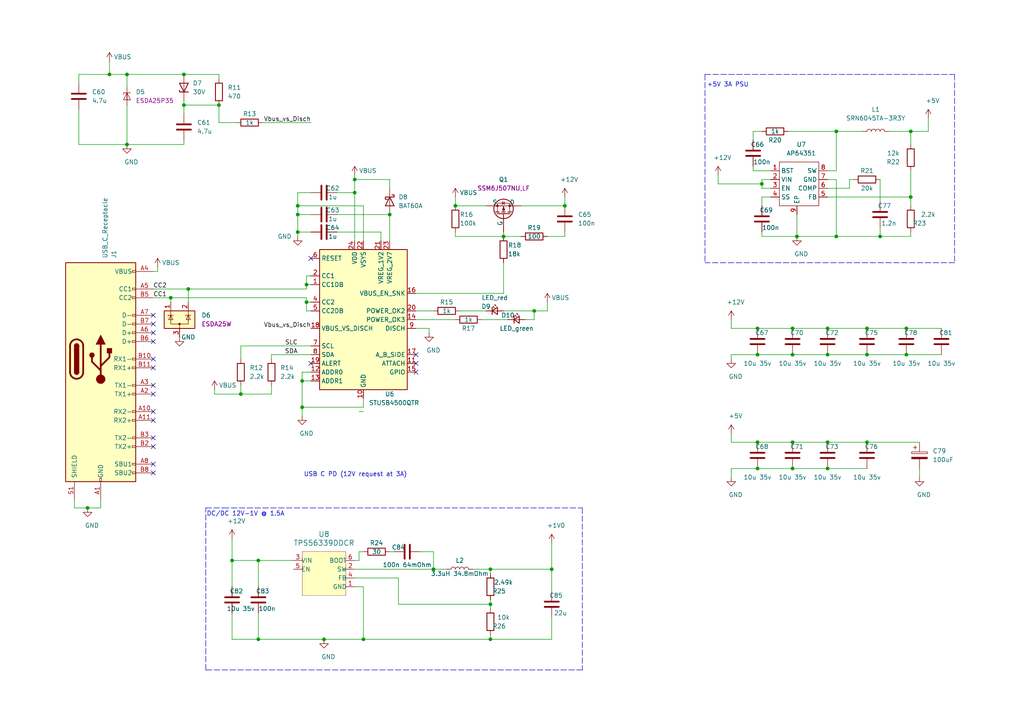
<source format=kicad_sch>
(kicad_sch (version 20210406) (generator eeschema)
  (paper "A4")
  (lib_symbols
    (symbol "CM4_NAS:AP64351"
      (property "Reference" "U" (at 0 8.89 0))
      (property "Value" "AP64351" (at 1.27 6.35 0))
      (symbol "AP64351_1_1"
        (pin passive line (at -7.62 2.54 0) (length 2.54) (name "BST") (number "1"))
        (pin power_in line (at -7.62 0 0) (length 2.54) (name "VIN") (number "2"))
        (pin input line (at -7.62 -2.54 0) (length 2.54) (name "EN") (number "3"))
        (pin input line (at -7.62 -5.08 0) (length 2.54) (name "SS") (number "4"))
        (pin input line (at 8.89 -5.08 180) (length 2.54) (name "FB") (number "5"))
        (pin input line (at 8.89 -2.54 180) (length 2.54) (name "COMP") (number "6"))
        (pin power_in line (at 8.89 0 180) (length 2.54) (name "GND") (number "7"))
        (pin output line (at 8.89 2.54 180) (length 2.54) (name "SW") (number "8"))
        (pin passive line (at 0 -10.16 90) (length 2.54) (name "EP") (number "9"))
      )
    )
    (symbol "CM4_NAS:ESDA25P35" (pin_numbers hide) (pin_names hide)
      (property "Reference" "D" (at 0 2.54 0))
      (property "MPN" "ESDA25P35" (at 0 -2.54 0))
      (symbol "ESDA25P35_1_1"
        (pin passive line (at -2.54 0 0) (length 2.54) (name "K1") (number "1"))
        (pin passive line (at 2.54 0 180) (length 2.54) (name "A") (number "2"))
      )
    )
    (symbol "CM4_NAS:ESDA25W" (pin_names hide)
      (property "Reference" "D" (at 5.715 2.54 0))
      (property "MPN" "ESDA25W" (at 10.16 0 0))
      (symbol "ESDA25W_0_0"
        (pin passive line (at 0 -5.08 90) (length 2.54) (name "A") (number "3"))
      )
      (symbol "ESDA25W_1_1"
        (pin passive line (at -2.54 5.08 270) (length 2.54) (name "K") (number "1"))
        (pin passive line (at 2.54 5.08 270) (length 2.54) (name "K") (number "2"))
      )
    )
    (symbol "CM4_NAS:SSM6J507NU" (pin_numbers hide) (pin_names (offset 0))
      (property "Reference" "Q" (at 5.08 1.27 0))
      (property "MPN" "SSM6J507NU" (at 11.43 -1.27 0))
      (symbol "SSM6J507NU_0_0"
        (pin passive line (at 2.54 5.08 270) (length 5.08) hide (name "D") (number "1"))
        (pin passive line (at 2.54 5.08 270) (length 5.08) hide (name "D") (number "2"))
        (pin passive line (at 2.54 5.08 270) (length 5.08) hide (name "D") (number "6"))
        (pin passive line (at 2.54 5.08 270) (length 5.08) (name "D") (number "D"))
        (pin passive line (at 2.54 -5.08 90) (length 5.08) (name "S") (number "S"))
      )
      (symbol "SSM6J507NU_1_1"
        (pin input line (at -5.08 0 0) (length 5.08) (name "G") (number "3"))
        (pin passive line (at 2.54 -5.08 90) (length 2.54) hide (name "S") (number "4"))
        (pin passive line (at 2.54 5.08 270) (length 2.54) hide (name "D") (number "5"))
      )
    )
    (symbol "CM4_NAS:TPS56339DDCR" (pin_names (offset -0.254))
      (property "Reference" "U" (at -1.27 10.16 0))
      (property "Value" "TPS56339DDCR" (at 0 7.62 0))
      (symbol "TPS56339DDCR_1_1"
        (pin power_in line (at 8.89 -3.81 180) (length 2.54) (name "GND") (number "1"))
        (pin power_in line (at 8.89 1.27 180) (length 2.54) (name "SW") (number "2"))
        (pin power_in line (at -8.89 3.81 0) (length 2.54) (name "VIN") (number "3"))
        (pin input line (at 8.89 -1.27 180) (length 2.54) (name "FB") (number "4"))
        (pin input line (at -8.89 1.27 0) (length 2.54) (name "EN") (number "5"))
        (pin power_in line (at 8.89 3.81 180) (length 2.54) (name "BOOT") (number "6"))
      )
    )
    (symbol "Connector:USB_C_Receptacle" (pin_names (offset 1.016))
      (property "Reference" "J" (at -10.16 29.21 0))
      (property "Value" "USB_C_Receptacle" (at 10.16 29.21 0))
      (symbol "USB_C_Receptacle_1_1"
        (pin passive line (at 0 -40.64 90) (length 5.08) (name "GND") (number "A1"))
        (pin bidirectional line (at 15.24 -15.24 180) (length 5.08) (name "RX2-") (number "A10"))
        (pin bidirectional line (at 15.24 -17.78 180) (length 5.08) (name "RX2+") (number "A11"))
        (pin passive line (at 0 -40.64 90) (length 5.08) hide (name "GND") (number "A12"))
        (pin bidirectional line (at 15.24 -10.16 180) (length 5.08) (name "TX1+") (number "A2"))
        (pin bidirectional line (at 15.24 -7.62 180) (length 5.08) (name "TX1-") (number "A3"))
        (pin passive line (at 15.24 25.4 180) (length 5.08) (name "VBUS") (number "A4"))
        (pin bidirectional line (at 15.24 20.32 180) (length 5.08) (name "CC1") (number "A5"))
        (pin bidirectional line (at 15.24 7.62 180) (length 5.08) (name "D+") (number "A6"))
        (pin bidirectional line (at 15.24 12.7 180) (length 5.08) (name "D-") (number "A7"))
        (pin bidirectional line (at 15.24 -30.48 180) (length 5.08) (name "SBU1") (number "A8"))
        (pin passive line (at 15.24 25.4 180) (length 5.08) hide (name "VBUS") (number "A9"))
        (pin passive line (at 0 -40.64 90) (length 5.08) hide (name "GND") (number "B1"))
        (pin bidirectional line (at 15.24 0 180) (length 5.08) (name "RX1-") (number "B10"))
        (pin bidirectional line (at 15.24 -2.54 180) (length 5.08) (name "RX1+") (number "B11"))
        (pin passive line (at 0 -40.64 90) (length 5.08) hide (name "GND") (number "B12"))
        (pin bidirectional line (at 15.24 -25.4 180) (length 5.08) (name "TX2+") (number "B2"))
        (pin bidirectional line (at 15.24 -22.86 180) (length 5.08) (name "TX2-") (number "B3"))
        (pin passive line (at 15.24 25.4 180) (length 5.08) hide (name "VBUS") (number "B4"))
        (pin bidirectional line (at 15.24 17.78 180) (length 5.08) (name "CC2") (number "B5"))
        (pin bidirectional line (at 15.24 5.08 180) (length 5.08) (name "D+") (number "B6"))
        (pin bidirectional line (at 15.24 10.16 180) (length 5.08) (name "D-") (number "B7"))
        (pin bidirectional line (at 15.24 -33.02 180) (length 5.08) (name "SBU2") (number "B8"))
        (pin passive line (at 15.24 25.4 180) (length 5.08) hide (name "VBUS") (number "B9"))
        (pin passive line (at -7.62 -40.64 90) (length 5.08) (name "SHIELD") (number "S1"))
      )
    )
    (symbol "Device:C" (pin_numbers hide) (pin_names (offset 0.254))
      (property "Reference" "C" (at 0.635 2.54 0))
      (property "Value" "C" (at 0.635 -2.54 0))
      (symbol "C_1_1"
        (pin passive line (at 0 3.81 270) (length 2.794) (name "~") (number "1"))
        (pin passive line (at 0 -3.81 90) (length 2.794) (name "~") (number "2"))
      )
    )
    (symbol "Device:C_Polarized" (pin_numbers hide) (pin_names (offset 0.254))
      (property "Reference" "C" (at 0.635 2.54 0))
      (property "Value" "C_Polarized" (at 0.635 -2.54 0))
      (symbol "C_Polarized_1_1"
        (pin passive line (at 0 3.81 270) (length 2.794) (name "~") (number "1"))
        (pin passive line (at 0 -3.81 90) (length 2.794) (name "~") (number "2"))
      )
    )
    (symbol "Device:D_Zener" (pin_numbers hide) (pin_names (offset 1.016) hide)
      (property "Reference" "D" (at 0 2.54 0))
      (property "Value" "D_Zener" (at 0 -2.54 0))
      (symbol "D_Zener_1_1"
        (pin passive line (at -3.81 0 0) (length 2.54) (name "K") (number "1"))
        (pin passive line (at 3.81 0 180) (length 2.54) (name "A") (number "2"))
      )
    )
    (symbol "Device:L" (pin_numbers hide) (pin_names (offset 1.016) hide)
      (property "Reference" "L" (at -1.27 0 90))
      (property "Value" "L" (at 1.905 0 90))
      (symbol "L_1_1"
        (pin passive line (at 0 3.81 270) (length 1.27) (name "1") (number "1"))
        (pin passive line (at 0 -3.81 90) (length 1.27) (name "2") (number "2"))
      )
    )
    (symbol "Device:LED_Small" (pin_numbers hide) (pin_names (offset 0.254) hide)
      (property "Reference" "D" (at -1.27 3.175 0))
      (property "Value" "LED_Small" (at -4.445 -2.54 0))
      (symbol "LED_Small_1_1"
        (pin passive line (at -2.54 0 0) (length 1.778) (name "K") (number "1"))
        (pin passive line (at 2.54 0 180) (length 1.778) (name "A") (number "2"))
      )
    )
    (symbol "Device:R" (pin_numbers hide) (pin_names (offset 0))
      (property "Reference" "R" (at 2.032 0 90))
      (property "Value" "R" (at 0 0 90))
      (symbol "R_1_1"
        (pin passive line (at 0 3.81 270) (length 1.27) (name "~") (number "1"))
        (pin passive line (at 0 -3.81 90) (length 1.27) (name "~") (number "2"))
      )
    )
    (symbol "Diode:BAT60A" (pin_numbers hide) (pin_names (offset 1.016) hide)
      (property "Reference" "D" (at 0 2.54 0))
      (property "Value" "BAT60A" (at 0 -2.54 0))
      (symbol "BAT60A_1_1"
        (pin passive line (at -3.81 0 0) (length 2.54) (name "K") (number "1"))
        (pin passive line (at 3.81 0 180) (length 2.54) (name "A") (number "2"))
      )
    )
    (symbol "Interface_USB:STUSB4500QTR"
      (property "Reference" "U" (at -12.7 21.59 0))
      (property "Value" "STUSB4500QTR" (at 8.89 -21.59 0))
      (symbol "STUSB4500QTR_1_1"
        (pin bidirectional line (at -15.24 10.16 0) (length 2.54) (name "CC1DB") (number "1"))
        (pin power_in line (at 0 -22.86 90) (length 2.54) (name "GND") (number "10"))
        (pin open_collector line (at 15.24 -12.7 180) (length 2.54) (name "ATTACH") (number "11"))
        (pin input line (at -15.24 -15.24 0) (length 2.54) (name "ADDR0") (number "12"))
        (pin input line (at -15.24 -17.78 0) (length 2.54) (name "ADDR1") (number "13"))
        (pin open_collector line (at 15.24 0 180) (length 2.54) (name "POWER_OK3") (number "14"))
        (pin open_collector line (at 15.24 -15.24 180) (length 2.54) (name "GPIO") (number "15"))
        (pin open_collector line (at 15.24 7.62 180) (length 2.54) (name "VBUS_EN_SNK") (number "16"))
        (pin open_collector line (at 15.24 -10.16 180) (length 2.54) (name "A_B_SIDE") (number "17"))
        (pin input line (at -15.24 -2.54 0) (length 2.54) (name "VBUS_VS_DISCH") (number "18"))
        (pin open_collector line (at -15.24 -12.7 0) (length 2.54) (name "ALERT") (number "19"))
        (pin bidirectional line (at -15.24 12.7 0) (length 2.54) (name "CC1") (number "2"))
        (pin open_collector line (at 15.24 2.54 180) (length 2.54) (name "POWER_OK2") (number "20"))
        (pin power_out line (at 5.08 22.86 270) (length 2.54) (name "VREG_1V2") (number "21"))
        (pin power_in line (at 0 22.86 270) (length 2.54) (name "VSYS") (number "22"))
        (pin power_out line (at 7.62 22.86 270) (length 2.54) (name "VREG_2V7") (number "23"))
        (pin power_in line (at -2.54 22.86 270) (length 2.54) (name "VDD") (number "24"))
        (pin passive line (at 0 -22.86 90) (length 2.54) hide (name "GND") (number "25"))
        (pin no_connect line (at -12.7 15.24 0) (length 2.54) hide (name "NC") (number "3"))
        (pin bidirectional line (at -15.24 5.08 0) (length 2.54) (name "CC2") (number "4"))
        (pin bidirectional line (at -15.24 2.54 0) (length 2.54) (name "CC2DB") (number "5"))
        (pin input line (at -15.24 17.78 0) (length 2.54) (name "RESET") (number "6"))
        (pin input line (at -15.24 -7.62 0) (length 2.54) (name "SCL") (number "7"))
        (pin bidirectional line (at -15.24 -10.16 0) (length 2.54) (name "SDA") (number "8"))
        (pin bidirectional line (at 15.24 -2.54 180) (length 2.54) (name "DISCH") (number "9"))
      )
    )
    (symbol "power:+12V" (power) (pin_names (offset 0))
      (property "Value" "+12V" (at 0 3.556 0))
      (symbol "+12V_1_1"
        (pin power_in line (at 0 0 90) (length 0) hide (name "+12V") (number "1"))
      )
    )
    (symbol "power:+1V0" (power) (pin_names (offset 0))
      (property "Value" "+1V0" (at 0 3.556 0))
      (symbol "+1V0_1_1"
        (pin power_in line (at 0 0 90) (length 0) hide (name "+1V0") (number "1"))
      )
    )
    (symbol "power:+5V" (power) (pin_names (offset 0))
      (property "Value" "+5V" (at 0 3.556 0))
      (symbol "+5V_1_1"
        (pin power_in line (at 0 0 90) (length 0) hide (name "+5V") (number "1"))
      )
    )
    (symbol "power:GND" (power) (pin_names (offset 0))
      (property "Value" "GND" (at 0 -3.81 0))
      (symbol "GND_1_1"
        (pin power_in line (at 0 0 270) (length 0) hide (name "GND") (number "1"))
      )
    )
    (symbol "power:VBUS" (power) (pin_names (offset 0))
      (property "Value" "VBUS" (at 0 3.81 0))
      (symbol "VBUS_1_1"
        (pin power_in line (at 0 0 90) (length 0) hide (name "VBUS") (number "1"))
      )
    )
  )
  (junction (at 25.4 147.32) (diameter 0.9144))
  (junction (at 31.75 21.59) (diameter 0.9144))
  (junction (at 36.83 21.59) (diameter 0.9144))
  (junction (at 36.83 41.91) (diameter 0.9144))
  (junction (at 49.53 86.36) (diameter 0.9144))
  (junction (at 53.34 21.59) (diameter 0.9144))
  (junction (at 53.34 30.48) (diameter 0.9144))
  (junction (at 54.61 83.82) (diameter 0.9144))
  (junction (at 63.5 30.48) (diameter 0.9144))
  (junction (at 67.31 162.56) (diameter 0.9144))
  (junction (at 69.85 114.3) (diameter 0.9144))
  (junction (at 74.93 162.56) (diameter 0.9144))
  (junction (at 74.93 185.42) (diameter 0.9144))
  (junction (at 86.36 59.69) (diameter 0.9144))
  (junction (at 86.36 62.23) (diameter 0.9144))
  (junction (at 86.36 67.31) (diameter 0.9144))
  (junction (at 87.63 110.49) (diameter 0.9144))
  (junction (at 87.63 118.11) (diameter 0.9144))
  (junction (at 88.9 82.55) (diameter 0.9144))
  (junction (at 88.9 87.63) (diameter 0.9144))
  (junction (at 93.98 185.42) (diameter 0.9144))
  (junction (at 102.87 52.07) (diameter 0.9144))
  (junction (at 102.87 55.88) (diameter 0.9144))
  (junction (at 105.41 185.42) (diameter 0.9144))
  (junction (at 113.03 62.23) (diameter 0.9144))
  (junction (at 125.73 165.1) (diameter 0.9144))
  (junction (at 132.08 59.69) (diameter 0.9144))
  (junction (at 142.24 165.1) (diameter 0.9144))
  (junction (at 142.24 175.26) (diameter 0.9144))
  (junction (at 142.24 185.42) (diameter 0.9144))
  (junction (at 146.05 68.58) (diameter 0.9144))
  (junction (at 154.94 90.17) (diameter 0.9144))
  (junction (at 160.02 165.1) (diameter 0.9144))
  (junction (at 163.83 59.69) (diameter 0.9144))
  (junction (at 219.71 95.25) (diameter 0.9144))
  (junction (at 219.71 102.87) (diameter 0.9144))
  (junction (at 219.71 128.27) (diameter 0.9144))
  (junction (at 219.71 135.89) (diameter 0.9144))
  (junction (at 220.98 53.34) (diameter 0.9144))
  (junction (at 229.87 95.25) (diameter 0.9144))
  (junction (at 229.87 102.87) (diameter 0.9144))
  (junction (at 229.87 128.27) (diameter 0.9144))
  (junction (at 229.87 135.89) (diameter 0.9144))
  (junction (at 231.14 68.58) (diameter 0.9144))
  (junction (at 240.03 95.25) (diameter 0.9144))
  (junction (at 240.03 102.87) (diameter 0.9144))
  (junction (at 240.03 128.27) (diameter 0.9144))
  (junction (at 240.03 135.89) (diameter 0.9144))
  (junction (at 242.57 38.1) (diameter 0.9144))
  (junction (at 242.57 68.58) (diameter 0.9144))
  (junction (at 251.46 95.25) (diameter 0.9144))
  (junction (at 251.46 102.87) (diameter 0.9144))
  (junction (at 251.46 128.27) (diameter 0.9144))
  (junction (at 255.27 68.58) (diameter 0.9144))
  (junction (at 262.89 95.25) (diameter 0.9144))
  (junction (at 262.89 102.87) (diameter 0.9144))
  (junction (at 264.16 38.1) (diameter 0.9144))
  (junction (at 264.16 57.15) (diameter 0.9144))
  (no_connect (at 44.45 91.44))
  (no_connect (at 44.45 93.98))
  (no_connect (at 44.45 96.52))
  (no_connect (at 44.45 99.06))
  (no_connect (at 44.45 104.14))
  (no_connect (at 44.45 106.68))
  (no_connect (at 44.45 111.76))
  (no_connect (at 44.45 114.3))
  (no_connect (at 44.45 119.38))
  (no_connect (at 44.45 121.92))
  (no_connect (at 44.45 127))
  (no_connect (at 44.45 129.54))
  (no_connect (at 44.45 134.62))
  (no_connect (at 44.45 137.16))
  (no_connect (at 90.17 74.93))
  (no_connect (at 90.17 105.41))
  (no_connect (at 120.65 102.87))
  (no_connect (at 120.65 105.41))
  (no_connect (at 120.65 107.95))
  (wire (pts (xy 21.59 144.78) (xy 21.59 147.32)))
  (wire (pts (xy 21.59 147.32) (xy 25.4 147.32)))
  (wire (pts (xy 22.86 21.59) (xy 31.75 21.59)))
  (wire (pts (xy 22.86 24.13) (xy 22.86 21.59)))
  (wire (pts (xy 22.86 31.75) (xy 22.86 41.91)))
  (wire (pts (xy 22.86 41.91) (xy 36.83 41.91)))
  (wire (pts (xy 25.4 147.32) (xy 29.21 147.32)))
  (wire (pts (xy 29.21 147.32) (xy 29.21 144.78)))
  (wire (pts (xy 31.75 21.59) (xy 31.75 17.78)))
  (wire (pts (xy 36.83 21.59) (xy 31.75 21.59)))
  (wire (pts (xy 36.83 21.59) (xy 53.34 21.59)))
  (wire (pts (xy 36.83 25.4) (xy 36.83 21.59)))
  (wire (pts (xy 36.83 30.48) (xy 36.83 41.91)))
  (wire (pts (xy 44.45 78.74) (xy 45.72 78.74)))
  (wire (pts (xy 44.45 83.82) (xy 54.61 83.82)))
  (wire (pts (xy 44.45 86.36) (xy 49.53 86.36)))
  (wire (pts (xy 45.72 78.74) (xy 45.72 77.47)))
  (wire (pts (xy 49.53 86.36) (xy 49.53 87.63)))
  (wire (pts (xy 49.53 86.36) (xy 88.9 86.36)))
  (wire (pts (xy 53.34 21.59) (xy 63.5 21.59)))
  (wire (pts (xy 53.34 29.21) (xy 53.34 30.48)))
  (wire (pts (xy 53.34 30.48) (xy 53.34 33.02)))
  (wire (pts (xy 53.34 30.48) (xy 63.5 30.48)))
  (wire (pts (xy 53.34 40.64) (xy 53.34 41.91)))
  (wire (pts (xy 53.34 41.91) (xy 36.83 41.91)))
  (wire (pts (xy 54.61 83.82) (xy 54.61 87.63)))
  (wire (pts (xy 54.61 83.82) (xy 88.9 83.82)))
  (wire (pts (xy 62.23 113.03) (xy 62.23 114.3)))
  (wire (pts (xy 62.23 114.3) (xy 69.85 114.3)))
  (wire (pts (xy 63.5 21.59) (xy 63.5 22.86)))
  (wire (pts (xy 63.5 35.56) (xy 63.5 30.48)))
  (wire (pts (xy 67.31 156.21) (xy 67.31 162.56)))
  (wire (pts (xy 67.31 162.56) (xy 74.93 162.56)))
  (wire (pts (xy 67.31 170.18) (xy 67.31 162.56)))
  (wire (pts (xy 67.31 177.8) (xy 67.31 185.42)))
  (wire (pts (xy 67.31 185.42) (xy 74.93 185.42)))
  (wire (pts (xy 68.58 35.56) (xy 63.5 35.56)))
  (wire (pts (xy 69.85 100.33) (xy 69.85 104.14)))
  (wire (pts (xy 69.85 114.3) (xy 69.85 111.76)))
  (wire (pts (xy 74.93 162.56) (xy 74.93 170.18)))
  (wire (pts (xy 74.93 162.56) (xy 85.09 162.56)))
  (wire (pts (xy 74.93 177.8) (xy 74.93 185.42)))
  (wire (pts (xy 74.93 185.42) (xy 93.98 185.42)))
  (wire (pts (xy 76.2 35.56) (xy 90.17 35.56)))
  (wire (pts (xy 78.74 102.87) (xy 90.17 102.87)))
  (wire (pts (xy 78.74 104.14) (xy 78.74 102.87)))
  (wire (pts (xy 78.74 111.76) (xy 78.74 114.3)))
  (wire (pts (xy 78.74 114.3) (xy 69.85 114.3)))
  (wire (pts (xy 86.36 55.88) (xy 90.17 55.88)))
  (wire (pts (xy 86.36 59.69) (xy 86.36 55.88)))
  (wire (pts (xy 86.36 59.69) (xy 105.41 59.69)))
  (wire (pts (xy 86.36 62.23) (xy 86.36 59.69)))
  (wire (pts (xy 86.36 62.23) (xy 90.17 62.23)))
  (wire (pts (xy 86.36 67.31) (xy 86.36 62.23)))
  (wire (pts (xy 86.36 67.31) (xy 90.17 67.31)))
  (wire (pts (xy 86.36 68.58) (xy 86.36 67.31)))
  (wire (pts (xy 87.63 107.95) (xy 90.17 107.95)))
  (wire (pts (xy 87.63 110.49) (xy 87.63 107.95)))
  (wire (pts (xy 87.63 110.49) (xy 87.63 118.11)))
  (wire (pts (xy 87.63 118.11) (xy 87.63 120.65)))
  (wire (pts (xy 87.63 118.11) (xy 105.41 118.11)))
  (wire (pts (xy 88.9 80.01) (xy 88.9 82.55)))
  (wire (pts (xy 88.9 80.01) (xy 90.17 80.01)))
  (wire (pts (xy 88.9 83.82) (xy 88.9 82.55)))
  (wire (pts (xy 88.9 86.36) (xy 88.9 87.63)))
  (wire (pts (xy 88.9 87.63) (xy 90.17 87.63)))
  (wire (pts (xy 88.9 90.17) (xy 88.9 87.63)))
  (wire (pts (xy 90.17 82.55) (xy 88.9 82.55)))
  (wire (pts (xy 90.17 90.17) (xy 88.9 90.17)))
  (wire (pts (xy 90.17 100.33) (xy 69.85 100.33)))
  (wire (pts (xy 90.17 110.49) (xy 87.63 110.49)))
  (wire (pts (xy 93.98 185.42) (xy 105.41 185.42)))
  (wire (pts (xy 97.79 55.88) (xy 102.87 55.88)))
  (wire (pts (xy 97.79 62.23) (xy 113.03 62.23)))
  (wire (pts (xy 102.87 50.8) (xy 102.87 52.07)))
  (wire (pts (xy 102.87 52.07) (xy 102.87 55.88)))
  (wire (pts (xy 102.87 52.07) (xy 113.03 52.07)))
  (wire (pts (xy 102.87 55.88) (xy 102.87 69.85)))
  (wire (pts (xy 102.87 162.56) (xy 104.14 162.56)))
  (wire (pts (xy 102.87 165.1) (xy 125.73 165.1)))
  (wire (pts (xy 102.87 167.64) (xy 115.57 167.64)))
  (wire (pts (xy 104.14 119.38) (xy 105.41 119.38)))
  (wire (pts (xy 104.14 160.02) (xy 105.41 160.02)))
  (wire (pts (xy 104.14 162.56) (xy 104.14 160.02)))
  (wire (pts (xy 105.41 69.85) (xy 105.41 59.69)))
  (wire (pts (xy 105.41 115.57) (xy 105.41 118.11)))
  (wire (pts (xy 105.41 170.18) (xy 102.87 170.18)))
  (wire (pts (xy 105.41 185.42) (xy 105.41 170.18)))
  (wire (pts (xy 110.49 67.31) (xy 97.79 67.31)))
  (wire (pts (xy 110.49 69.85) (xy 110.49 67.31)))
  (wire (pts (xy 113.03 54.61) (xy 113.03 52.07)))
  (wire (pts (xy 113.03 62.23) (xy 113.03 69.85)))
  (wire (pts (xy 113.03 160.02) (xy 114.3 160.02)))
  (wire (pts (xy 115.57 167.64) (xy 115.57 175.26)))
  (wire (pts (xy 115.57 175.26) (xy 142.24 175.26)))
  (wire (pts (xy 120.65 85.09) (xy 146.05 85.09)))
  (wire (pts (xy 120.65 90.17) (xy 125.73 90.17)))
  (wire (pts (xy 120.65 92.71) (xy 132.08 92.71)))
  (wire (pts (xy 120.65 95.25) (xy 124.46 95.25)))
  (wire (pts (xy 121.92 160.02) (xy 125.73 160.02)))
  (wire (pts (xy 124.46 95.25) (xy 124.46 96.52)))
  (wire (pts (xy 125.73 160.02) (xy 125.73 165.1)))
  (wire (pts (xy 125.73 165.1) (xy 129.54 165.1)))
  (wire (pts (xy 132.08 57.15) (xy 132.08 59.69)))
  (wire (pts (xy 132.08 59.69) (xy 140.97 59.69)))
  (wire (pts (xy 132.08 67.31) (xy 132.08 68.58)))
  (wire (pts (xy 132.08 68.58) (xy 146.05 68.58)))
  (wire (pts (xy 133.35 90.17) (xy 140.97 90.17)))
  (wire (pts (xy 139.7 92.71) (xy 147.32 92.71)))
  (wire (pts (xy 142.24 165.1) (xy 137.16 165.1)))
  (wire (pts (xy 142.24 165.1) (xy 142.24 166.37)))
  (wire (pts (xy 142.24 165.1) (xy 160.02 165.1)))
  (wire (pts (xy 142.24 173.99) (xy 142.24 175.26)))
  (wire (pts (xy 142.24 175.26) (xy 142.24 176.53)))
  (wire (pts (xy 142.24 184.15) (xy 142.24 185.42)))
  (wire (pts (xy 142.24 185.42) (xy 105.41 185.42)))
  (wire (pts (xy 142.24 185.42) (xy 160.02 185.42)))
  (wire (pts (xy 146.05 67.31) (xy 146.05 68.58)))
  (wire (pts (xy 146.05 68.58) (xy 151.13 68.58)))
  (wire (pts (xy 146.05 85.09) (xy 146.05 76.2)))
  (wire (pts (xy 146.05 90.17) (xy 154.94 90.17)))
  (wire (pts (xy 151.13 59.69) (xy 163.83 59.69)))
  (wire (pts (xy 154.94 90.17) (xy 154.94 92.71)))
  (wire (pts (xy 154.94 92.71) (xy 152.4 92.71)))
  (wire (pts (xy 158.75 68.58) (xy 163.83 68.58)))
  (wire (pts (xy 158.75 87.63) (xy 158.75 90.17)))
  (wire (pts (xy 158.75 90.17) (xy 154.94 90.17)))
  (wire (pts (xy 160.02 157.48) (xy 160.02 165.1)))
  (wire (pts (xy 160.02 165.1) (xy 160.02 171.45)))
  (wire (pts (xy 160.02 185.42) (xy 160.02 179.07)))
  (wire (pts (xy 163.83 57.15) (xy 163.83 59.69)))
  (wire (pts (xy 163.83 68.58) (xy 163.83 67.31)))
  (wire (pts (xy 208.28 50.8) (xy 208.28 53.34)))
  (wire (pts (xy 208.28 53.34) (xy 220.98 53.34)))
  (wire (pts (xy 212.09 92.71) (xy 212.09 95.25)))
  (wire (pts (xy 212.09 95.25) (xy 219.71 95.25)))
  (wire (pts (xy 212.09 102.87) (xy 212.09 104.14)))
  (wire (pts (xy 212.09 125.73) (xy 212.09 128.27)))
  (wire (pts (xy 212.09 128.27) (xy 219.71 128.27)))
  (wire (pts (xy 212.09 135.89) (xy 212.09 138.43)))
  (wire (pts (xy 218.44 38.1) (xy 220.98 38.1)))
  (wire (pts (xy 218.44 40.64) (xy 218.44 38.1)))
  (wire (pts (xy 218.44 49.53) (xy 218.44 48.26)))
  (wire (pts (xy 219.71 95.25) (xy 229.87 95.25)))
  (wire (pts (xy 219.71 102.87) (xy 212.09 102.87)))
  (wire (pts (xy 219.71 128.27) (xy 229.87 128.27)))
  (wire (pts (xy 219.71 135.89) (xy 212.09 135.89)))
  (wire (pts (xy 219.71 135.89) (xy 229.87 135.89)))
  (wire (pts (xy 220.98 52.07) (xy 223.52 52.07)))
  (wire (pts (xy 220.98 53.34) (xy 220.98 52.07)))
  (wire (pts (xy 220.98 54.61) (xy 220.98 53.34)))
  (wire (pts (xy 220.98 57.15) (xy 223.52 57.15)))
  (wire (pts (xy 220.98 59.69) (xy 220.98 57.15)))
  (wire (pts (xy 220.98 67.31) (xy 220.98 68.58)))
  (wire (pts (xy 220.98 68.58) (xy 231.14 68.58)))
  (wire (pts (xy 223.52 49.53) (xy 218.44 49.53)))
  (wire (pts (xy 223.52 54.61) (xy 220.98 54.61)))
  (wire (pts (xy 228.6 38.1) (xy 242.57 38.1)))
  (wire (pts (xy 229.87 95.25) (xy 240.03 95.25)))
  (wire (pts (xy 229.87 102.87) (xy 219.71 102.87)))
  (wire (pts (xy 229.87 128.27) (xy 240.03 128.27)))
  (wire (pts (xy 229.87 135.89) (xy 240.03 135.89)))
  (wire (pts (xy 231.14 68.58) (xy 231.14 62.23)))
  (wire (pts (xy 240.03 52.07) (xy 242.57 52.07)))
  (wire (pts (xy 240.03 54.61) (xy 246.38 54.61)))
  (wire (pts (xy 240.03 57.15) (xy 264.16 57.15)))
  (wire (pts (xy 240.03 95.25) (xy 251.46 95.25)))
  (wire (pts (xy 240.03 102.87) (xy 229.87 102.87)))
  (wire (pts (xy 240.03 128.27) (xy 251.46 128.27)))
  (wire (pts (xy 240.03 135.89) (xy 251.46 135.89)))
  (wire (pts (xy 242.57 38.1) (xy 242.57 49.53)))
  (wire (pts (xy 242.57 38.1) (xy 250.19 38.1)))
  (wire (pts (xy 242.57 49.53) (xy 240.03 49.53)))
  (wire (pts (xy 242.57 52.07) (xy 242.57 68.58)))
  (wire (pts (xy 242.57 68.58) (xy 231.14 68.58)))
  (wire (pts (xy 242.57 68.58) (xy 255.27 68.58)))
  (wire (pts (xy 246.38 52.07) (xy 247.65 52.07)))
  (wire (pts (xy 246.38 54.61) (xy 246.38 52.07)))
  (wire (pts (xy 251.46 95.25) (xy 262.89 95.25)))
  (wire (pts (xy 251.46 102.87) (xy 240.03 102.87)))
  (wire (pts (xy 251.46 128.27) (xy 266.7 128.27)))
  (wire (pts (xy 255.27 52.07) (xy 255.27 58.42)))
  (wire (pts (xy 255.27 66.04) (xy 255.27 68.58)))
  (wire (pts (xy 257.81 38.1) (xy 264.16 38.1)))
  (wire (pts (xy 262.89 95.25) (xy 273.05 95.25)))
  (wire (pts (xy 262.89 102.87) (xy 251.46 102.87)))
  (wire (pts (xy 264.16 38.1) (xy 264.16 41.91)))
  (wire (pts (xy 264.16 49.53) (xy 264.16 57.15)))
  (wire (pts (xy 264.16 57.15) (xy 264.16 59.69)))
  (wire (pts (xy 264.16 67.31) (xy 264.16 68.58)))
  (wire (pts (xy 264.16 68.58) (xy 255.27 68.58)))
  (wire (pts (xy 266.7 135.89) (xy 266.7 138.43)))
  (wire (pts (xy 269.24 34.29) (xy 269.24 38.1)))
  (wire (pts (xy 269.24 38.1) (xy 264.16 38.1)))
  (wire (pts (xy 273.05 102.87) (xy 262.89 102.87)))
  (polyline (pts (xy 59.69 147.32) (xy 64.77 147.32)) (stroke (width 0) (type dash)))
  (polyline (pts (xy 59.69 194.31) (xy 59.69 147.32)) (stroke (width 0) (type dash)))
  (polyline (pts (xy 64.77 147.32) (xy 168.91 147.32)) (stroke (width 0) (type dash)))
  (polyline (pts (xy 168.91 147.32) (xy 168.91 194.31)) (stroke (width 0) (type dash)))
  (polyline (pts (xy 168.91 194.31) (xy 59.69 194.31)) (stroke (width 0) (type dash)))
  (polyline (pts (xy 204.47 21.59) (xy 204.47 76.2)) (stroke (width 0) (type dash)))
  (polyline (pts (xy 204.47 21.59) (xy 276.86 21.59)) (stroke (width 0) (type dash)))
  (polyline (pts (xy 276.86 21.59) (xy 276.86 76.2)) (stroke (width 0) (type dash)))
  (polyline (pts (xy 276.86 76.2) (xy 204.47 76.2)) (stroke (width 0) (type dash)))
  (text "DC/DC 12V-1V @ 1.5A" (at 82.55 149.86 180) (effects (font (size 1.27 1.27)) (justify right bottom)))
  (text "USB C PD (12V request at 3A)\n" (at 118.11 138.43 180) (effects (font (size 1.27 1.27)) (justify right bottom)))
  (text "+5V 3A PSU" (at 217.17 25.4 180) (effects (font (size 1.27 1.27)) (justify right bottom)))
  (label "CC2" (at 44.45 83.82 0))
  (label "CC1" (at 44.45 86.36 0))
  (label "SLC" (at 86.36 100.33 180))
  (label "SDA" (at 86.36 102.87 180))
  (label "Vbus_vs_Disch" (at 90.17 35.56 180))
  (label "Vbus_vs_Disch" (at 90.17 95.25 180))
  (symbol (lib_id "power:VBUS") (at 31.75 17.78 0) (unit 1)
    (property "Reference" "#PWR0150" (effects hide))
    (property "Value" "VBUS" (at 35.56 16.51 0))
  )
  (symbol (lib_id "power:VBUS") (at 45.72 77.47 0) (unit 1)
    (property "Reference" "#PWR0147" (effects hide))
    (property "Value" "VBUS" (at 49.53 76.2 0))
  )
  (symbol (lib_id "power:VBUS") (at 62.23 113.03 0) (unit 1)
    (property "Reference" "#PWR0144" (effects hide))
    (property "Value" "VBUS" (at 66.04 111.76 0))
  )
  (symbol (lib_id "power:+12V") (at 67.31 156.21 0) (unit 1)
    (property "Reference" "#PWR0177" (effects hide))
    (property "Value" "+12V" (at 68.58 151.13 0))
  )
  (symbol (lib_id "power:VBUS") (at 102.87 50.8 0) (unit 1)
    (property "Reference" "#PWR0152" (effects hide))
    (property "Value" "VBUS" (at 106.68 49.53 0))
  )
  (symbol (lib_id "power:VBUS") (at 132.08 57.15 0) (unit 1)
    (property "Reference" "#PWR0153" (effects hide))
    (property "Value" "VBUS" (at 135.89 55.88 0))
  )
  (symbol (lib_id "power:VBUS") (at 158.75 87.63 0) (unit 1)
    (property "Reference" "#PWR0155" (effects hide))
    (property "Value" "VBUS" (at 162.56 86.36 0))
  )
  (symbol (lib_id "power:+1V0") (at 160.02 157.48 0) (unit 1)
    (property "Reference" "#PWR0178" (effects hide))
    (property "Value" "+1V0" (at 161.29 152.4 0))
  )
  (symbol (lib_id "power:+12V") (at 163.83 57.15 0) (unit 1)
    (property "Reference" "#PWR0154" (effects hide))
    (property "Value" "+12V" (at 165.1 52.07 0))
  )
  (symbol (lib_id "power:+12V") (at 208.28 50.8 0) (unit 1)
    (property "Reference" "#PWR0158" (effects hide))
    (property "Value" "+12V" (at 209.55 45.72 0))
  )
  (symbol (lib_id "power:+12V") (at 212.09 92.71 0) (unit 1)
    (property "Reference" "#PWR0157" (effects hide))
    (property "Value" "+12V" (at 213.36 87.63 0))
  )
  (symbol (lib_id "power:+5V") (at 212.09 125.73 0) (unit 1)
    (property "Reference" "#PWR0160" (effects hide))
    (property "Value" "+5V" (at 213.36 120.65 0))
  )
  (symbol (lib_id "power:+5V") (at 269.24 34.29 0) (unit 1)
    (property "Reference" "#PWR0162" (effects hide))
    (property "Value" "+5V" (at 270.51 29.21 0))
  )
  (symbol (lib_id "power:GND") (at 25.4 147.32 0) (unit 1)
    (property "Reference" "#PWR0149" (effects hide))
    (property "Value" "GND" (at 26.67 152.4 0))
  )
  (symbol (lib_id "power:GND") (at 36.83 41.91 0) (unit 1)
    (property "Reference" "#PWR0151" (effects hide))
    (property "Value" "GND" (at 38.1 46.99 0))
  )
  (symbol (lib_id "power:GND") (at 52.07 97.79 0) (unit 1)
    (property "Reference" "#PWR0148" (effects hide))
    (property "Value" "GND" (at 54.61 97.79 0))
  )
  (symbol (lib_id "power:GND") (at 86.36 68.58 0) (unit 1)
    (property "Reference" "#PWR0145" (effects hide))
    (property "Value" "GND" (at 82.55 68.58 0))
  )
  (symbol (lib_id "power:GND") (at 87.63 120.65 0) (unit 1)
    (property "Reference" "#PWR0143" (effects hide))
    (property "Value" "GND" (at 88.9 125.73 0))
  )
  (symbol (lib_id "power:GND") (at 93.98 185.42 0) (unit 1)
    (property "Reference" "#PWR0176" (effects hide))
    (property "Value" "GND" (at 95.25 190.5 0))
  )
  (symbol (lib_id "power:GND") (at 124.46 96.52 0) (unit 1)
    (property "Reference" "#PWR0146" (effects hide))
    (property "Value" "GND" (at 125.73 101.6 0))
  )
  (symbol (lib_id "power:GND") (at 212.09 104.14 0) (unit 1)
    (property "Reference" "#PWR0161" (effects hide))
    (property "Value" "GND" (at 213.36 109.22 0))
  )
  (symbol (lib_id "power:GND") (at 212.09 138.43 0) (unit 1)
    (property "Reference" "#PWR0159" (effects hide))
    (property "Value" "GND" (at 213.36 143.51 0))
  )
  (symbol (lib_id "power:GND") (at 231.14 68.58 0) (unit 1)
    (property "Reference" "#PWR0156" (effects hide))
    (property "Value" "GND" (at 232.41 73.66 0))
  )
  (symbol (lib_id "power:GND") (at 266.7 138.43 0) (unit 1)
    (property "Reference" "#PWR0163" (effects hide))
    (property "Value" "GND" (at 267.97 143.51 0))
  )
  (symbol (lib_id "Device:L") (at 133.35 165.1 90) (unit 1)
    (property "Reference" "L2" (at 133.35 162.56 90))
    (property "Value" "3.3uH 34.8mOhm" (at 133.35 166.37 90))
    (property "Footprint" "Inductor_SMD:L_Coilcraft_XxL4020" (effects hide))
    (property "MFR" "Coilcraft" (effects hide))
    (property "MPN" "XFL4020-332MEB" (effects hide))
  )
  (symbol (lib_id "Device:L") (at 254 38.1 90) (unit 1)
    (property "Reference" "L1" (at 254 31.75 90))
    (property "Value" "SRN6045TA-3R3Y" (at 254 34.29 90))
    (property "Footprint" "Inductor_SMD:L_Bourns_SRN6045TA" (effects hide))
    (property "MFR" "Bourns" (effects hide))
    (property "MPN" "SRN6045TA-3R3Y" (effects hide))
  )
  (symbol (lib_id "CM4_NAS:ESDA25P35") (at 36.83 27.94 270) (unit 1)
    (property "Reference" "D5" (at 39.37 26.67 90) (effects (justify left)))
    (property "Value" "ESDA25P35" (effects hide))
    (property "Footprint" "CM4+NAS:1610" (effects hide))
    (property "Datasheet" "https://assets.nexperia.com/documents/data-sheet/PESDXL4UF_G_W.pdf" (effects hide))
    (property "MPN" "ESDA25P35" (at 39.37 29.21 90) (effects (justify left)))
    (property "MFR" "STMicroelectronics " (effects hide))
  )
  (symbol (lib_id "Device:LED_Small") (at 143.51 90.17 0) (unit 1)
    (property "Reference" "D9" (at 140.97 88.9 0))
    (property "Value" "LED_red" (at 143.51 86.36 0))
    (property "Footprint" "LED_SMD:LED_0603_1608Metric" (effects hide))
  )
  (symbol (lib_id "Device:LED_Small") (at 149.86 92.71 0) (unit 1)
    (property "Reference" "D10" (at 147.32 91.44 0))
    (property "Value" "LED_green" (at 149.86 95.25 0))
    (property "Footprint" "LED_SMD:LED_0603_1608Metric" (effects hide))
  )
  (symbol (lib_id "Device:R") (at 63.5 26.67 0) (unit 1)
    (property "Reference" "R11" (at 66.04 25.4 0) (effects (justify left)))
    (property "Value" "470" (at 66.04 27.94 0) (effects (justify left)))
    (property "Footprint" "Resistor_SMD:R_0402_1005Metric" (effects hide))
    (property "MFR" "Yageo" (effects hide))
    (property "MPN" "RC0402FR-13470RL" (effects hide))
  )
  (symbol (lib_id "Device:R") (at 69.85 107.95 0) (unit 1)
    (property "Reference" "R12" (at 72.39 106.68 0) (effects (justify left)))
    (property "Value" "2.2k" (at 72.39 109.22 0) (effects (justify left)))
    (property "Footprint" "Resistor_SMD:R_0402_1005Metric" (effects hide))
    (property "MFR" "Yageo" (effects hide))
    (property "MPN" "RC0402FR-132K2L" (effects hide))
  )
  (symbol (lib_id "Device:R") (at 72.39 35.56 90) (unit 1)
    (property "Reference" "R13" (at 72.39 33.02 90))
    (property "Value" "1k" (at 72.39 35.56 90))
    (property "Footprint" "Resistor_SMD:R_0402_1005Metric" (effects hide))
    (property "MFR" "Yageo" (effects hide))
    (property "MPN" "AC0402FR-071KL" (effects hide))
  )
  (symbol (lib_id "Device:R") (at 78.74 107.95 0) (unit 1)
    (property "Reference" "R14" (at 81.28 106.68 0) (effects (justify left)))
    (property "Value" "2.2k" (at 81.28 109.22 0) (effects (justify left)))
    (property "Footprint" "Resistor_SMD:R_0402_1005Metric" (effects hide))
    (property "MFR" "Yageo" (effects hide))
    (property "MPN" "RC0402FR-132K2L" (effects hide))
  )
  (symbol (lib_id "Device:R") (at 109.22 160.02 90) (unit 1)
    (property "Reference" "R24" (at 109.22 157.48 90))
    (property "Value" "30" (at 109.22 160.02 90))
    (property "Footprint" "Resistor_SMD:R_0603_1608Metric" (effects hide))
    (property "MFR" "Yageo" (effects hide))
    (property "MPN" "RC0402FR-0730RL" (effects hide))
  )
  (symbol (lib_id "Device:R") (at 129.54 90.17 90) (unit 1)
    (property "Reference" "R15" (at 129.54 87.63 90))
    (property "Value" "1k" (at 129.54 90.17 90))
    (property "Footprint" "Resistor_SMD:R_0402_1005Metric" (effects hide))
    (property "MFR" "Yageo" (effects hide))
    (property "MPN" "AC0402FR-071KL" (effects hide))
  )
  (symbol (lib_id "Device:R") (at 132.08 63.5 0) (unit 1)
    (property "Reference" "R16" (at 133.35 62.23 0) (effects (justify left)))
    (property "Value" "100k" (at 133.35 64.77 0) (effects (justify left)))
    (property "Footprint" "Resistor_SMD:R_0402_1005Metric" (effects hide))
    (property "MFR" "Bourns" (effects hide))
    (property "MPN" "CR0402-FX-1003GLF" (effects hide))
  )
  (symbol (lib_id "Device:R") (at 135.89 92.71 90) (unit 1)
    (property "Reference" "R17" (at 135.89 95.25 90))
    (property "Value" "1k" (at 135.89 92.71 90))
    (property "Footprint" "Resistor_SMD:R_0402_1005Metric" (effects hide))
    (property "MFR" "Yageo" (effects hide))
    (property "MPN" "AC0402FR-071KL" (effects hide))
  )
  (symbol (lib_id "Device:R") (at 142.24 170.18 180) (unit 1)
    (property "Reference" "R25" (at 144.78 171.45 0))
    (property "Value" "2.49k" (at 146.05 168.91 0))
    (property "Footprint" "Resistor_SMD:R_0402_1005Metric" (effects hide))
    (property "MFR" "Yageo" (effects hide))
    (property "MPN" "RC0402FR-072K49L" (effects hide))
  )
  (symbol (lib_id "Device:R") (at 142.24 180.34 180) (unit 1)
    (property "Reference" "R26" (at 144.78 181.61 0))
    (property "Value" "10k" (at 146.05 179.07 0))
    (property "Footprint" "Resistor_SMD:R_0402_1005Metric" (effects hide))
    (property "MFR" "Yageo" (effects hide))
    (property "MPN" "RC0402FR-0710KP" (effects hide))
  )
  (symbol (lib_id "Device:R") (at 146.05 72.39 0) (unit 1)
    (property "Reference" "R18" (at 147.32 71.12 0) (effects (justify left)))
    (property "Value" "18k" (at 147.32 73.66 0) (effects (justify left)))
    (property "Footprint" "Resistor_SMD:R_0402_1005Metric" (effects hide))
    (property "MFR" "Yageo" (effects hide))
    (property "MPN" "AC0402FR-0718KL" (effects hide))
  )
  (symbol (lib_id "Device:R") (at 154.94 68.58 90) (unit 1)
    (property "Reference" "R19" (at 154.94 66.04 90))
    (property "Value" "100" (at 154.94 68.58 90))
    (property "Footprint" "Resistor_SMD:R_0402_1005Metric" (effects hide))
    (property "MFR" "Yageo" (effects hide))
    (property "MPN" "RC0402FR-10100RL" (effects hide))
  )
  (symbol (lib_id "Device:R") (at 224.79 38.1 90) (unit 1)
    (property "Reference" "R20" (at 224.79 40.64 90))
    (property "Value" "1k" (at 224.79 38.1 90))
    (property "Footprint" "Resistor_SMD:R_0402_1005Metric" (effects hide))
    (property "MFR" "Yageo" (effects hide))
    (property "MPN" "AC0402FR-071KL" (effects hide))
  )
  (symbol (lib_id "Device:R") (at 251.46 52.07 270) (unit 1)
    (property "Reference" "R21" (at 251.46 49.53 90))
    (property "Value" "20k" (at 251.46 54.61 90))
    (property "Footprint" "Resistor_SMD:R_0402_1005Metric" (effects hide))
    (property "MFR" "Yageo" (effects hide))
    (property "MPN" "RC0402FR-7D20KL" (effects hide))
  )
  (symbol (lib_id "Device:R") (at 264.16 45.72 180) (unit 1)
    (property "Reference" "R22" (at 259.08 46.99 0))
    (property "Value" "12k" (at 259.08 44.45 0))
    (property "Footprint" "Resistor_SMD:R_0402_1005Metric" (effects hide))
    (property "MFR" "Yageo" (effects hide))
    (property "MPN" "RC0402FR-1312KL" (effects hide))
  )
  (symbol (lib_id "Device:R") (at 264.16 63.5 180) (unit 1)
    (property "Reference" "R23" (at 266.7 64.77 0))
    (property "Value" "2.2k" (at 269.24 62.23 0))
    (property "Footprint" "Resistor_SMD:R_0402_1005Metric" (effects hide))
    (property "MFR" "Yageo" (effects hide))
    (property "MPN" "RC0402FR-132K2L" (effects hide))
  )
  (symbol (lib_id "Device:D_Zener") (at 53.34 25.4 90) (unit 1)
    (property "Reference" "D7" (at 55.88 24.13 90) (effects (justify right)))
    (property "Value" "30V" (at 55.88 26.67 90) (effects (justify right)))
    (property "Footprint" "Diode_SMD:D_0402_1005Metric" (effects hide))
    (property "MPN" "CDBQR0130L-HF" (effects hide))
    (property "MFR" "Comchip\\ Technology " (effects hide))
  )
  (symbol (lib_id "Diode:BAT60A") (at 113.03 58.42 270) (unit 1)
    (property "Reference" "D8" (at 115.57 57.15 90) (effects (justify left)))
    (property "Value" "BAT60A" (at 115.57 59.69 90) (effects (justify left)))
    (property "Footprint" "Diode_SMD:D_SOD-323" (effects hide))
    (property "Datasheet" "https://www.infineon.com/dgdl/Infineon-BAT60ASERIES-DS-v01_01-en.pdf?fileId=db3a304313d846880113def70c9304a9" (effects hide))
    (property "MFR" "Infineon\\ Technologies" (effects hide))
    (property "MPN" "BAT\\ 60A\\ E6327" (effects hide))
    (property "SPN" "726-BAT60AE6327" (effects hide))
  )
  (symbol (lib_id "Device:C") (at 22.86 27.94 0) (unit 1)
    (property "Reference" "C60" (at 26.67 26.67 0) (effects (justify left)))
    (property "Value" "4.7u" (at 26.67 29.21 0) (effects (justify left)))
    (property "Footprint" "Capacitor_SMD:C_0603_1608Metric" (effects hide))
    (property "MFR" "Samsung" (effects hide))
    (property "MPN" "CL10A475KO8NNNC" (effects hide))
  )
  (symbol (lib_id "Device:C") (at 53.34 36.83 0) (unit 1)
    (property "Reference" "C61" (at 57.15 35.56 0) (effects (justify left)))
    (property "Value" "4.7u" (at 57.15 38.1 0) (effects (justify left)))
    (property "Footprint" "Capacitor_SMD:C_0603_1608Metric" (effects hide))
    (property "MFR" "Samsung" (effects hide))
    (property "MPN" "CL10A475KO8NNNC" (effects hide))
  )
  (symbol (lib_id "Device:C") (at 67.31 173.99 180) (unit 1)
    (property "Reference" "C82" (at 68.58 171.45 0))
    (property "Value" "10u 35v" (at 69.85 176.53 0))
    (property "Footprint" "Capacitor_SMD:C_0603_1608Metric" (effects hide))
    (property "MFR" "TDK" (effects hide))
    (property "MPN" "C2012X5R1V106M085AC" (effects hide))
  )
  (symbol (lib_id "Device:C") (at 74.93 173.99 180) (unit 1)
    (property "Reference" "C83" (at 76.2 171.45 0))
    (property "Value" "100n" (at 77.47 176.53 0))
    (property "Footprint" "Capacitor_SMD:C_0402_1005Metric" (effects hide))
    (property "MFR" "Murata" (effects hide))
    (property "MPN" "GCM155R71C104KA55D" (effects hide))
  )
  (symbol (lib_id "Device:C") (at 93.98 55.88 90) (unit 1)
    (property "Reference" "C62" (at 96.52 54.61 90))
    (property "Value" "1u" (at 96.52 57.15 90))
    (property "Footprint" "Capacitor_SMD:C_0402_1005Metric" (effects hide))
    (property "MFR" "TDK" (effects hide))
    (property "MPN" "CGB2A1X5R1C105K033BC" (effects hide))
  )
  (symbol (lib_id "Device:C") (at 93.98 62.23 90) (unit 1)
    (property "Reference" "C63" (at 96.52 60.96 90))
    (property "Value" "1u" (at 96.52 63.5 90))
    (property "Footprint" "Capacitor_SMD:C_0402_1005Metric" (effects hide))
    (property "MFR" "TDK" (effects hide))
    (property "MPN" "CGB2A1X5R1C105K033BC" (effects hide))
  )
  (symbol (lib_id "Device:C") (at 93.98 67.31 90) (unit 1)
    (property "Reference" "C64" (at 96.52 66.04 90))
    (property "Value" "1u" (at 96.52 68.58 90))
    (property "Footprint" "Capacitor_SMD:C_0402_1005Metric" (effects hide))
    (property "MFR" "TDK" (effects hide))
    (property "MPN" "CGB2A1X5R1C105K033BC" (effects hide))
  )
  (symbol (lib_id "Device:C") (at 118.11 160.02 270) (unit 1)
    (property "Reference" "C84" (at 115.57 158.75 90))
    (property "Value" "100n 64mOhm" (at 118.11 163.83 90))
    (property "Footprint" "Capacitor_SMD:C_0402_1005Metric" (effects hide))
    (property "MFR" "TDK" (effects hide))
    (property "MPN" "CGA2B3X7R1H104K050BB " (effects hide))
  )
  (symbol (lib_id "Device:C") (at 160.02 175.26 180) (unit 1)
    (property "Reference" "C85" (at 161.29 172.72 0))
    (property "Value" "22u" (at 162.56 177.8 0))
    (property "Footprint" "Capacitor_SMD:C_0805_2012Metric" (effects hide))
    (property "MFR" "Samsung" (effects hide))
    (property "MPN" "CL21A226MQQNNNG" (effects hide))
  )
  (symbol (lib_id "Device:C") (at 163.83 63.5 0) (unit 1)
    (property "Reference" "C65" (at 167.64 62.23 0) (effects (justify left)))
    (property "Value" "100n" (at 167.64 64.77 0) (effects (justify left)))
    (property "Footprint" "Capacitor_SMD:C_0402_1005Metric" (effects hide))
    (property "MFR" "Murata" (effects hide))
    (property "MPN" "GCM155R71C104KA55D" (effects hide))
  )
  (symbol (lib_id "Device:C") (at 218.44 44.45 180) (unit 1)
    (property "Reference" "C66" (at 219.71 41.91 0))
    (property "Value" "100n" (at 220.98 46.99 0))
    (property "Footprint" "Capacitor_SMD:C_0402_1005Metric" (effects hide))
    (property "MFR" "Murata" (effects hide))
    (property "MPN" "GCM155R71C104KA55D" (effects hide))
  )
  (symbol (lib_id "Device:C") (at 219.71 99.06 180) (unit 1)
    (property "Reference" "C67" (at 220.98 96.52 0))
    (property "Value" "10u 35v" (at 219.71 105.41 0))
    (property "Footprint" "Capacitor_SMD:C_0805_2012Metric" (effects hide))
    (property "MFR" "TDK" (effects hide))
    (property "MPN" "C2012X5R1V106M085AC" (effects hide))
  )
  (symbol (lib_id "Device:C") (at 219.71 132.08 180) (unit 1)
    (property "Reference" "C68" (at 220.98 129.54 0))
    (property "Value" "10u 35v" (at 219.71 138.43 0))
    (property "Footprint" "Capacitor_SMD:C_0805_2012Metric" (effects hide))
    (property "MFR" "TDK" (effects hide))
    (property "MPN" "C2012X5R1V106M085AC" (effects hide))
  )
  (symbol (lib_id "Device:C") (at 220.98 63.5 180) (unit 1)
    (property "Reference" "C69" (at 222.25 60.96 0))
    (property "Value" "100n" (at 223.52 66.04 0))
    (property "Footprint" "Capacitor_SMD:C_0402_1005Metric" (effects hide))
    (property "MFR" "Murata" (effects hide))
    (property "MPN" "GCM155R71C104KA55D" (effects hide))
  )
  (symbol (lib_id "Device:C") (at 229.87 99.06 180) (unit 1)
    (property "Reference" "C70" (at 231.14 96.52 0))
    (property "Value" "10u 35v" (at 229.87 105.41 0))
    (property "Footprint" "Capacitor_SMD:C_0805_2012Metric" (effects hide))
    (property "MFR" "TDK" (effects hide))
    (property "MPN" "C2012X5R1V106M085AC" (effects hide))
  )
  (symbol (lib_id "Device:C") (at 229.87 132.08 180) (unit 1)
    (property "Reference" "C71" (at 231.14 129.54 0))
    (property "Value" "10u 35v" (at 229.87 138.43 0))
    (property "Footprint" "Capacitor_SMD:C_0805_2012Metric" (effects hide))
    (property "MFR" "TDK" (effects hide))
    (property "MPN" "C2012X5R1V106M085AC" (effects hide))
  )
  (symbol (lib_id "Device:C") (at 240.03 99.06 180) (unit 1)
    (property "Reference" "C72" (at 241.3 96.52 0))
    (property "Value" "10u 35v" (at 240.03 105.41 0))
    (property "Footprint" "Capacitor_SMD:C_0805_2012Metric" (effects hide))
    (property "MFR" "TDK" (effects hide))
    (property "MPN" "C2012X5R1V106M085AC" (effects hide))
  )
  (symbol (lib_id "Device:C") (at 240.03 132.08 180) (unit 1)
    (property "Reference" "C73" (at 241.3 129.54 0))
    (property "Value" "10u 35v" (at 240.03 138.43 0))
    (property "Footprint" "Capacitor_SMD:C_0805_2012Metric" (effects hide))
    (property "MFR" "TDK" (effects hide))
    (property "MPN" "C2012X5R1V106M085AC" (effects hide))
  )
  (symbol (lib_id "Device:C") (at 251.46 99.06 180) (unit 1)
    (property "Reference" "C75" (at 252.73 96.52 0))
    (property "Value" "10u 35v" (at 251.46 105.41 0))
    (property "Footprint" "Capacitor_SMD:C_0805_2012Metric" (effects hide))
    (property "MFR" "TDK" (effects hide))
    (property "MPN" "C2012X5R1V106M085AC" (effects hide))
  )
  (symbol (lib_id "Device:C") (at 251.46 132.08 180) (unit 1)
    (property "Reference" "C76" (at 252.73 129.54 0))
    (property "Value" "10u 35v" (at 251.46 138.43 0))
    (property "Footprint" "Capacitor_SMD:C_0805_2012Metric" (effects hide))
    (property "MFR" "TDK" (effects hide))
    (property "MPN" "C2012X5R1V106M085AC" (effects hide))
  )
  (symbol (lib_id "Device:C") (at 255.27 62.23 180) (unit 1)
    (property "Reference" "C77" (at 256.54 59.69 0))
    (property "Value" "1.2n" (at 257.81 64.77 0))
    (property "Footprint" "Capacitor_SMD:C_0402_1005Metric" (effects hide))
    (property "MFR" "AVX" (effects hide))
    (property "MPN" "0402YC122MAT2A" (effects hide))
  )
  (symbol (lib_id "Device:C") (at 262.89 99.06 180) (unit 1)
    (property "Reference" "C78" (at 264.16 96.52 0))
    (property "Value" "10u 35v" (at 262.89 105.41 0))
    (property "Footprint" "Capacitor_SMD:C_0805_2012Metric" (effects hide))
    (property "MFR" "TDK" (effects hide))
    (property "MPN" "C2012X5R1V106M085AC" (effects hide))
  )
  (symbol (lib_id "Device:C_Polarized") (at 266.7 132.08 0) (unit 1)
    (property "Reference" "C79" (at 270.51 130.81 0) (effects (justify left)))
    (property "Value" "100uF" (at 270.51 133.35 0) (effects (justify left)))
    (property "Footprint" "Capacitor_Tantalum_SMD:CP_EIA-7343-31_Kemet-D" (effects hide))
    (property "MFR" "Kemet" (effects hide))
    (property "MPN" "T591D107M010ATE080" (effects hide))
  )
  (symbol (lib_id "Device:C") (at 273.05 99.06 180) (unit 1)
    (property "Reference" "C81" (at 274.32 96.52 0))
    (property "Value" "10u 35v" (at 273.05 105.41 0))
    (property "Footprint" "Capacitor_SMD:C_0805_2012Metric" (effects hide))
    (property "MFR" "TDK" (effects hide))
    (property "MPN" "C2012X5R1V106M085AC" (effects hide))
  )
  (symbol (lib_id "CM4_NAS:ESDA25W") (at 52.07 92.71 0) (unit 1)
    (property "Reference" "D6" (at 58.42 91.44 0) (effects (justify left)))
    (property "Value" "ESDA25W" (effects hide))
    (property "Footprint" "Package_TO_SOT_SMD:SOT-323_SC-70" (effects hide))
    (property "Datasheet" "http://www.littelfuse.com/~/media/files/littelfuse/technical%20resources/documents/data%20sheets/sp05xxba.pdf" (effects hide))
    (property "MPN" "ESDA25W" (at 58.42 93.98 0) (effects (justify left)))
    (property "MFR" "STMicroelectronics " (effects hide))
    (property "SPN" "511-ESDA25W" (effects hide))
  )
  (symbol (lib_id "CM4_NAS:SSM6J507NU") (at 146.05 62.23 270) (mirror x) (unit 1)
    (property "Reference" "Q1" (at 146.05 52.07 90))
    (property "Value" "SSM6J507NU" (effects hide))
    (property "Footprint" "CM4+NAS:UDFN6B" (effects hide))
    (property "MPN" "SSM6J507NU,LF" (at 146.05 54.61 90))
    (property "MFR" "Toshiba" (effects hide))
  )
  (symbol (lib_id "CM4_NAS:TPS56339DDCR") (at 93.98 166.37 0) (unit 1)
    (property "Reference" "U8" (at 93.98 154.94 0) (effects (font (size 1.524 1.524))))
    (property "Value" "TPS56339DDCR" (at 93.98 157.48 0) (effects (font (size 1.524 1.524))))
    (property "Footprint" "CM4+NAS:TPS56339DDCR" (effects hide))
    (property "MFR" "TI" (effects hide))
    (property "MPN" "TPS56339DDCR " (effects hide))
  )
  (symbol (lib_id "CM4_NAS:AP64351") (at 231.14 52.07 0) (unit 1)
    (property "Reference" "U7" (at 232.41 41.91 0))
    (property "Value" "AP64351" (at 232.41 44.45 0))
    (property "Footprint" "Package_SO:SOIC-8-1EP_3.9x4.9mm_P1.27mm_EP2.95x4.9mm_Mask2.71x3.4mm_ThermalVias" (effects hide))
    (property "MFR" "Diodes\\ Incorporated " (effects hide))
    (property "MPN" "AP64351QSP-13" (effects hide))
  )
  (symbol (lib_id "Interface_USB:STUSB4500QTR") (at 105.41 92.71 0) (unit 1)
    (property "Reference" "U6" (at 113.03 114.3 0))
    (property "Value" "STUSB4500QTR" (at 114.3 116.84 0))
    (property "Footprint" "Package_DFN_QFN:QFN-24-1EP_4x4mm_P0.5mm_EP2.7x2.7mm" (effects hide))
    (property "Datasheet" "https://www.st.com/resource/en/datasheet/stusb4500.pdf" (effects hide))
    (property "MFR" "STMicroelectronics " (effects hide))
    (property "MPN" "STUSB4500QTR " (effects hide))
  )
  (symbol (lib_id "Connector:USB_C_Receptacle") (at 29.21 104.14 0) (unit 1)
    (property "Reference" "J1" (at 33.02 74.93 90) (effects (justify left)))
    (property "Value" "USB_C_Receptacle" (at 30.48 74.93 90) (effects (justify left)))
    (property "Footprint" "Connector_USB:USB_C_Receptacle_JAE_DX07S024WJ1R350" (effects hide))
    (property "Datasheet" "https://www.usb.org/sites/default/files/documents/usb_type-c.zip" (effects hide))
    (property "MFR" "Molex" (effects hide))
    (property "MPN" "204711-0001" (effects hide))
  )
)
</source>
